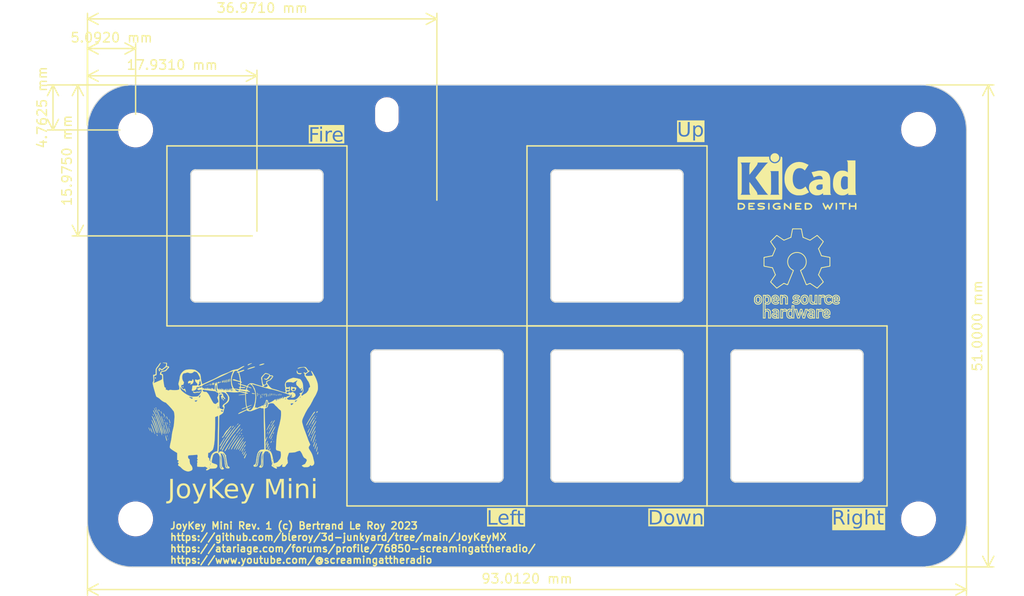
<source format=kicad_pcb>
(kicad_pcb (version 20221018) (generator pcbnew)
  (title_block (title "JoyKey Mini") (date "2023-03-01") (rev "1") (company "Decent Consulting"))
  (layers (0 "F.Cu" signal) (31 "B.Cu" signal) (34 "B.Paste" user) (35 "F.Paste" user) (36 "B.SilkS" user "B.Silkscreen") (37 "F.SilkS" user "F.Silkscreen") (38 "B.Mask" user) (39 "F.Mask" user) (44 "Edge.Cuts" user))
  (net 0 "")
  (net 1 "8")
  (footprint "Library:OSH_logo" (layer "F.Cu") (at 96.459009 42.065515)
    (fp_text reference "REF**" hide)
    (fp_text value "OSH_logo" hide)
  )
  (footprint "Library:SW_Hole_1.00u_PCB" (layer "F.Cu") (at 96.463165 58.46885)
    (fp_text reference "SW6" hide)
    (fp_text value "SW_WITHLED")
    (fp_line (start -7 -6.5) (end -7 6.5) (stroke (width 0.12)) (layer "Edge.Cuts"))
    (fp_line (start -6.5 -7) (end 6.5 -7) (stroke (width 0.12)) (layer "Edge.Cuts"))
    (fp_line (start -6.5 7) (end 6.5 7) (stroke (width 0.12)) (layer "Edge.Cuts"))
    (fp_line (start 7 -6.5) (end 7 6.5) (stroke (width 0.12)) (layer "Edge.Cuts"))
    (fp_arc (start -7 -6.5) (mid -6.853553 -6.853553) (end -6.5 -7) (stroke (width 0.12)) (layer "Edge.Cuts"))
    (fp_arc (start -6.5 7) (mid -6.853553 6.853553) (end -7 6.5) (stroke (width 0.12)) (layer "Edge.Cuts"))
    (fp_arc (start 6.5 -7) (mid 6.853553 -6.853553) (end 7 -6.5) (stroke (width 0.12)) (layer "Edge.Cuts"))
    (fp_arc (start 7 6.5) (mid 6.853553 6.853553) (end 6.5 7) (stroke (width 0.12)) (layer "Edge.Cuts"))
  )
  (footprint "Library:SW_Hole_1.00u_PCB" (layer "F.Cu") (at 77.413165 58.46885)
    (fp_text reference "SW5" hide)
    (fp_text value "SW_WITHLED")
    (fp_line (start -7 -6.5) (end -7 6.5) (stroke (width 0.12)) (layer "Edge.Cuts"))
    (fp_line (start -6.5 -7) (end 6.5 -7) (stroke (width 0.12)) (layer "Edge.Cuts"))
    (fp_line (start -6.5 7) (end 6.5 7) (stroke (width 0.12)) (layer "Edge.Cuts"))
    (fp_line (start 7 -6.5) (end 7 6.5) (stroke (width 0.12)) (layer "Edge.Cuts"))
    (fp_arc (start -7 -6.5) (mid -6.853553 -6.853553) (end -6.5 -7) (stroke (width 0.12)) (layer "Edge.Cuts"))
    (fp_arc (start -6.5 7) (mid -6.853553 6.853553) (end -7 6.5) (stroke (width 0.12)) (layer "Edge.Cuts"))
    (fp_arc (start 6.5 -7) (mid 6.853553 -6.853553) (end 7 -6.5) (stroke (width 0.12)) (layer "Edge.Cuts"))
    (fp_arc (start 7 6.5) (mid 6.853553 6.853553) (end 6.5 7) (stroke (width 0.12)) (layer "Edge.Cuts"))
  )
  (footprint "Symbol:KiCad-Logo2_5mm_SilkScreen" (layer "F.Cu") (at 96.457548 33.647827)
    (fp_text reference "REF**" hide)
    (fp_text value "KiCad-Logo2_5mm_SilkScreen" hide)
  )
  (footprint "MountingHole:MountingHole_3.2mm_M3" (layer "F.Cu") (at 109.326165 69.36385)
    (fp_text reference "REF**" hide)
    (fp_text value "MountingHole_3.2mm_M3" hide)
    (pad "" np_thru_hole circle (at 0 0) (size 3.2 3.2) (drill 3.2) (layers "*.Cu" "*.Mask"))
  )
  (footprint "Library:ScreamingLogo" (layer "F.Cu") (at 36.945578 57.499201)
    (fp_text reference "G***" hide)
    (fp_text value "LOGO" hide)
  )
  (footprint "MountingHole:MountingHole_3.2mm_M3" (layer "F.Cu") (at 26.474165 69.36385)
    (fp_text reference "REF**" hide)
    (fp_text value "MountingHole_3.2mm_M3" hide)
    (pad "" np_thru_hole circle (at 0 0) (size 3.2 3.2) (drill 3.2) (layers "*.Cu" "*.Mask"))
  )
  (footprint "MountingHole:MountingHole_3.2mm_M3" (layer "F.Cu") (at 26.474165 28.20635)
    (fp_text reference "REF**" hide)
    (fp_text value "MountingHole_3.2mm_M3" hide)
    (pad "" np_thru_hole circle (at 0 0) (size 3.2 3.2) (drill 3.2) (layers "*.Cu" "*.Mask"))
  )
  (footprint "Library:SW_Hole_1.00u_PCB" (layer "F.Cu") (at 77.413165 39.41885)
    (fp_text reference "SW4" hide)
    (fp_text value "SW_WITHLED")
    (fp_line (start -7 -6.5) (end -7 6.5) (stroke (width 0.12)) (layer "Edge.Cuts"))
    (fp_line (start -6.5 -7) (end 6.5 -7) (stroke (width 0.12)) (layer "Edge.Cuts"))
    (fp_line (start -6.5 7) (end 6.5 7) (stroke (width 0.12)) (layer "Edge.Cuts"))
    (fp_line (start 7 -6.5) (end 7 6.5) (stroke (width 0.12)) (layer "Edge.Cuts"))
    (fp_arc (start -7 -6.5) (mid -6.853553 -6.853553) (end -6.5 -7) (stroke (width 0.12)) (layer "Edge.Cuts"))
    (fp_arc (start -6.5 7) (mid -6.853553 6.853553) (end -7 6.5) (stroke (width 0.12)) (layer "Edge.Cuts"))
    (fp_arc (start 6.5 -7) (mid 6.853553 -6.853553) (end 7 -6.5) (stroke (width 0.12)) (layer "Edge.Cuts"))
    (fp_arc (start 7 6.5) (mid 6.853553 6.853553) (end 6.5 7) (stroke (width 0.12)) (layer "Edge.Cuts"))
  )
  (footprint "Library:SW_Hole_1.00u_PCB" (layer "F.Cu") (at 58.363165 58.46885)
    (fp_text reference "SW3" hide)
    (fp_text value "SW_WITHLED")
    (fp_line (start -7 -6.5) (end -7 6.5) (stroke (width 0.12)) (layer "Edge.Cuts"))
    (fp_line (start -6.5 -7) (end 6.5 -7) (stroke (width 0.12)) (layer "Edge.Cuts"))
    (fp_line (start -6.5 7) (end 6.5 7) (stroke (width 0.12)) (layer "Edge.Cuts"))
    (fp_line (start 7 -6.5) (end 7 6.5) (stroke (width 0.12)) (layer "Edge.Cuts"))
    (fp_arc (start -7 -6.5) (mid -6.853553 -6.853553) (end -6.5 -7) (stroke (width 0.12)) (layer "Edge.Cuts"))
    (fp_arc (start -6.5 7) (mid -6.853553 6.853553) (end -7 6.5) (stroke (width 0.12)) (layer "Edge.Cuts"))
    (fp_arc (start 6.5 -7) (mid 6.853553 -6.853553) (end 7 -6.5) (stroke (width 0.12)) (layer "Edge.Cuts"))
    (fp_arc (start 7 6.5) (mid 6.853553 6.853553) (end 6.5 7) (stroke (width 0.12)) (layer "Edge.Cuts"))
  )
  (footprint "" (layer "F.Cu") (at 53.0618 26.5876)
    (fp_text reference "" (at 0 0) (layer "F.SilkS") (effects (font (size 1.27 1.27))))
    (fp_text value "" (at 0 0) (layer "F.SilkS") (effects (font (size 1.27 1.27))))
    (pad "" np_thru_hole oval (at 0 0) (size 2 3.2) (drill oval 2 3.2) (layers "*.Cu" "*.Mask"))
  )
  (footprint "Library:SW_Hole_1.00u_PCB" (layer "F.Cu") (at 39.313165 39.41885)
    (fp_text reference "SW1" hide)
    (fp_text value "SW_WITHLED")
    (fp_line (start -7 -6.5) (end -7 6.5) (stroke (width 0.12)) (layer "Edge.Cuts"))
    (fp_line (start -6.5 -7) (end 6.5 -7) (stroke (width 0.12)) (layer "Edge.Cuts"))
    (fp_line (start -6.5 7) (end 6.5 7) (stroke (width 0.12)) (layer "Edge.Cuts"))
    (fp_line (start 7 -6.5) (end 7 6.5) (stroke (width 0.12)) (layer "Edge.Cuts"))
    (fp_arc (start -7 -6.5) (mid -6.853553 -6.853553) (end -6.5 -7) (stroke (width 0.12)) (layer "Edge.Cuts"))
    (fp_arc (start -6.5 7) (mid -6.853553 6.853553) (end -7 6.5) (stroke (width 0.12)) (layer "Edge.Cuts"))
    (fp_arc (start 6.5 -7) (mid 6.853553 -6.853553) (end 7 -6.5) (stroke (width 0.12)) (layer "Edge.Cuts"))
    (fp_arc (start 7 6.5) (mid 6.853553 6.853553) (end 6.5 7) (stroke (width 0.12)) (layer "Edge.Cuts"))
  )
  (footprint "MountingHole:MountingHole_3.2mm_M3" (layer "F.Cu") (at 109.326165 28.13885)
    (fp_text reference "REF**" hide)
    (fp_text value "MountingHole_3.2mm_M3" hide)
    (pad "" np_thru_hole circle (at 0 0) (size 3.2 3.2) (drill 3.2) (layers "*.Cu" "*.Mask"))
  )
  (gr_line (start 26.144665 74.44385) (end 109.631665 74.44385) (stroke (width 0.1)) (layer "Edge.Cuts"))
  (gr_line (start 21.382165 28.20635) (end 21.382165 69.68135) (stroke (width 0.1)) (layer "Edge.Cuts"))
  (gr_arc (start 114.394165 69.68135) (mid 112.999261 73.048946) (end 109.631665 74.44385) (stroke (width 0.1)) (layer "Edge.Cuts"))
  (gr_line (start 114.394165 28.20635) (end 114.394165 69.68135) (stroke (width 0.1)) (layer "Edge.Cuts"))
  (gr_arc (start 21.382165 28.20635) (mid 22.780584 24.830269) (end 26.156665 23.43185) (stroke (width 0.1)) (layer "Edge.Cuts"))
  (gr_line (start 26.156665 23.44385) (end 109.643665 23.44385) (stroke (width 0.1)) (layer "Edge.Cuts"))
  (gr_arc (start 109.643665 23.443865) (mid 113.003501 24.842999) (end 114.394165 28.20635) (stroke (width 0.1)) (layer "Edge.Cuts"))
  (gr_arc (start 26.144665 74.44385) (mid 22.777069 73.048946) (end 21.382165 69.68135) (stroke (width 0.1)) (layer "Edge.Cuts"))
  (gr_text "JoyKey Mini Rev. 1 (c) Bertrand Le Roy 2023\nhttps://github.com/bleroy/3d-junkyard/tree/main/JoyKeyMX\nhttps://atariage.com/forums/profile/76850-screamingattheradio/\nhttps://www.youtube.com/@screamingattheradio" (at 30.0418 71.8976) (layer "F.SilkS") (effects (font (size 0.75 0.75)) (justify left)))
  (gr_text "Left\n" (at 67.5718 70.2276) (layer "F.SilkS" knockout) (effects (font (size 1.5 1.5) (thickness 0.1875)) (justify right bottom)))
  (gr_text "Fire" (at 48.5018 29.6976) (layer "F.SilkS" knockout) (effects (font (size 1.5 1.5) (thickness 0.1875)) (justify right bottom)))
  (gr_text "Up" (at 86.6218 29.1476) (layer "F.SilkS" knockout) (effects (font (size 1.5 1.5) (thickness 0.1875)) (justify right bottom)))
  (gr_text "Right" (at 105.6718 70.2176) (layer "F.SilkS" knockout) (effects (font (size 1.5 1.5) (thickness 0.1875)) (justify right bottom)))
  (gr_text "Down" (at 86.6318 70.2076) (layer "F.SilkS" knockout) (effects (font (size 1.5 1.5) (thickness 0.1875)) (justify right bottom)))
  (gr_text "JoyKey Mini" (at 37.8118 66.3376) (layer "F.SilkS") (effects (font (size 2 2))))
  (dimension (type orthogonal) (layer "F.SilkS") (pts (xy 58.353165 36.136581) (xy 21.382165 28.20635)) (height -19.684207) (orientation 0) (gr_text "36.9710 mm" (at 39.867665 15.302374) (layer "F.SilkS") (effects (font (size 1 1) (thickness 0.15)))) (format (prefix "") (suffix "") (units 3) (units_format 1) (precision 4)) (style (thickness 0.15) (arrow_length 1.27) (text_position_mode 0) (extension_height 0.58642) (extension_offset 0.5) keep_text_aligned))
  (dimension (type orthogonal) (layer "F.SilkS") (pts (xy 39.313165 39.41885) (xy 21.382165 28.20635)) (height -16.942528) (orientation 0) (gr_text "17.9310 mm" (at 30.347665 21.326322) (layer "F.SilkS") (effects (font (size 1 1) (thickness 0.15)))) (format (prefix "") (suffix "") (units 3) (units_format 1) (precision 4)) (style (thickness 0.15) (arrow_length 1.27) (text_position_mode 0) (extension_height 0.58642) (extension_offset 0.5) keep_text_aligned))
  (dimension (type orthogonal) (layer "F.SilkS") (pts (xy 26.474165 28.20635) (xy 26.156665 23.44385)) (height -8.741712) (orientation 1) (gr_text "4.7625 mm" (at 16.582453 25.8251 90) (layer "F.SilkS") (effects (font (size 1 1) (thickness 0.15)))) (format (prefix "") (suffix "") (units 3) (units_format 1) (precision 4)) (style (thickness 0.15) (arrow_length 1.27) (text_position_mode 0) (extension_height 0.58642) (extension_offset 0.5) keep_text_aligned))
  (dimension (type orthogonal) (layer "F.SilkS") (pts (xy 109.631665 74.44385) (xy 109.643665 23.443865)) (height 7.067022) (orientation 1) (gr_text "51.0000 mm" (at 115.548687 48.943857 90) (layer "F.SilkS") (effects (font (size 1 1) (thickness 0.15)))) (format (prefix "") (suffix "") (units 3) (units_format 1) (precision 4)) (style (thickness 0.15) (arrow_length 1.27) (text_position_mode 0) (extension_height 0.58642) (extension_offset 0.5) keep_text_aligned))
  (dimension (type orthogonal) (layer "F.SilkS") (pts (xy 26.474165 28.20635) (xy 21.382165 28.20635)) (height -8.61875) (orientation 0) (gr_text "5.0920 mm" (at 23.928165 18.4376) (layer "F.SilkS") (effects (font (size 1 1) (thickness 0.15)))) (format (prefix "") (suffix "") (units 3) (units_format 1) (precision 4)) (style (thickness 0.15) (arrow_length 1.27) (text_position_mode 0) (extension_height 0.58642) (extension_offset 0.5) keep_text_aligned))
  (dimension (type orthogonal) (layer "F.SilkS") (pts (xy 21.382165 69.68135) (xy 114.394165 69.68135)) (height 7.15625) (orientation 0) (gr_text "93.0120 mm" (at 67.888165 75.6876) (layer "F.SilkS") (effects (font (size 1 1) (thickness 0.15)))) (format (prefix "") (suffix "") (units 3) (units_format 1) (precision 4)) (style (thickness 0.15) (arrow_length 1.27) (text_position_mode 0) (extension_height 0.58642) (extension_offset 0.5) keep_text_aligned))
  (dimension (type orthogonal) (layer "F.SilkS") (pts (xy 39.313165 39.41885) (xy 26.156665 23.44385)) (height -18.953713) (orientation 1) (gr_text "15.9750 mm" (at 19.209452 31.43135 90) (layer "F.SilkS") (effects (font (size 1 1) (thickness 0.15)))) (format (prefix "") (suffix "") (units 3) (units_format 1) (precision 4)) (style (thickness 0.15) (arrow_length 1.27) (text_position_mode 0) (extension_height 0.58642) (extension_offset 0.5) keep_text_aligned))
  (zone (net 1) (net_name "8") (layers "F&B.Cu") (connect_pads (clearance 0.5)) (min_thickness 0.25) (fill yes (thermal_gap 0.5) (thermal_bridge_width 0.5))
    (polygon (pts (xy 19.00555 22.31885) (xy 116.6368 22.31885) (xy 116.6368 77.0876) (xy 19.00555 77.0876)))
  )
)
</source>
